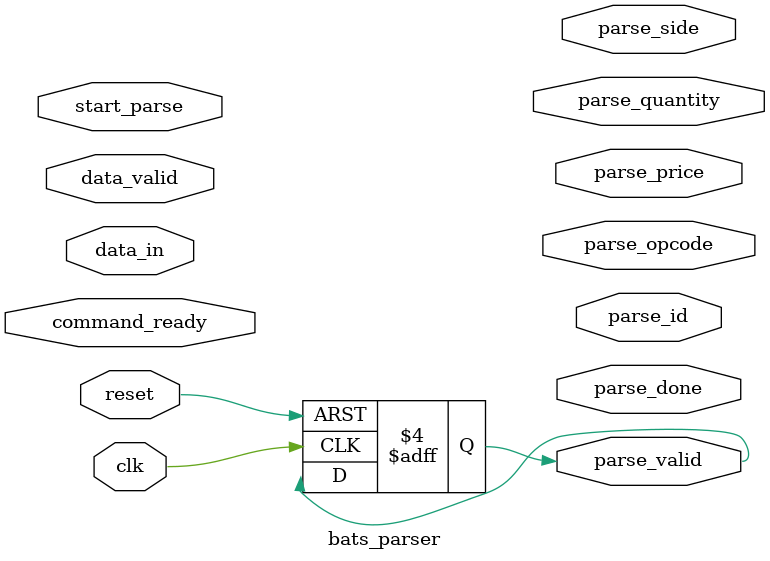
<source format=v>
`timescale 1ns / 1ps



module bats_parser(
    input clk,
    input reset,
    input[7:0] data_in,
    input data_valid,
    input start_parse,
    input command_ready,
    
    // type: add 00, cancel 01, modify 10
    output reg[1:0] parse_opcode,
    output reg[15:0] parse_id,
    output reg[15:0] parse_price,
    output reg[15:0] parse_quantity,
    // BUY/SELL = 0/1
    output reg parse_side,
    output reg parse_valid,
    output reg parse_done
    );
    
//    typedef enum {
//        IDLE,
//        OPCODE,
//        ORDER_ID,
//        SIDE,
//        PRICE,
//        QUANTITY,
//        DONE
//    } state_t;
    
    //state_t state, next_state;
    
//    reg [7:0] buffer [0:63];     // temporary input buffer
//    integer buf_idx;
    
    always @(posedge clk or posedge reset) begin
        if(reset) begin
            state <= IDLE;
            parse_valid <= 0;
//            buf_idx <= 0;
//            field_index <= 0;
        end else begin
            state <= next_state;
            if (data_valid && state != DONE) begin
            end
            end
    end
    
endmodule
</source>
